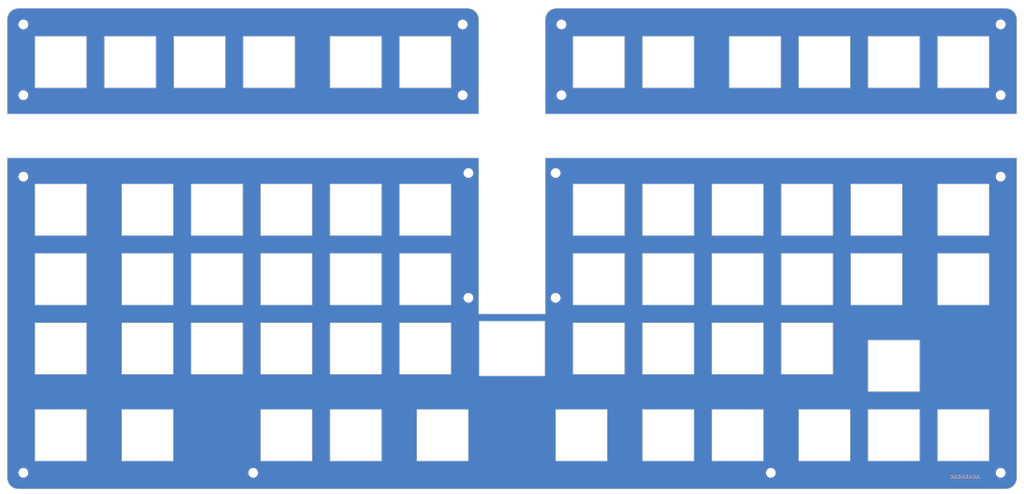
<source format=kicad_pcb>
(kicad_pcb (version 20221018) (generator pcbnew)
  (title_block (title "ISW-OOZY") (rev "1.0"))
  (layers (0 "F.Cu" signal) (31 "B.Cu" signal) (34 "B.Paste" user) (35 "F.Paste" user) (36 "B.SilkS" user "B.Silkscreen") (37 "F.SilkS" user "F.Silkscreen") (38 "B.Mask" user) (39 "F.Mask" user) (44 "Edge.Cuts" user))
  (net 0 "")
  (footprint "BrownSugar_KBD:RotaryEncoder_EVQWGD001-Hole" (layer "F.Cu") (at 157.32125 114.62 90)
    (fp_text reference "RotaryEncoder")
    (fp_text value "RotaryEncoder_Switch")
    (fp_line (start -7.5 -9) (end 7.5 -9) (stroke (width 0.12)) (layer "Edge.Cuts"))
    (fp_line (start -7.5 9) (end -7.5 -9) (stroke (width 0.12)) (layer "Edge.Cuts"))
    (fp_line (start 7.5 -9) (end 7.5 9) (stroke (width 0.12)) (layer "Edge.Cuts"))
    (fp_line (start 7.5 9) (end -7.5 9) (stroke (width 0.12)) (layer "Edge.Cuts"))
  )
  (footprint "kbd_SW_Hole:SW_Hole_1u" (layer "F.Cu") (at 57.30875 95.57)
    (fp_text reference "SW26" hide)
    (fp_text value "SW_Push" hide)
    (fp_line (start -7.05 -7.05) (end 7.05 -7.05) (stroke (width 0.15)) (layer "Edge.Cuts"))
    (fp_line (start -7.05 7.05) (end -7.05 -7.05) (stroke (width 0.15)) (layer "Edge.Cuts"))
    (fp_line (start 7.05 -7.05) (end 7.05 7.05) (stroke (width 0.15)) (layer "Edge.Cuts"))
    (fp_line (start 7.05 7.05) (end -7.05 7.05) (stroke (width 0.15)) (layer "Edge.Cuts"))
  )
  (footprint "kbd_SW_Hole:SW_Hole_1u" (layer "F.Cu") (at 95.40875 95.57)
    (fp_text reference "SW28" hide)
    (fp_text value "SW_Push" hide)
    (fp_line (start -7.05 -7.05) (end 7.05 -7.05) (stroke (width 0.15)) (layer "Edge.Cuts"))
    (fp_line (start -7.05 7.05) (end -7.05 -7.05) (stroke (width 0.15)) (layer "Edge.Cuts"))
    (fp_line (start 7.05 -7.05) (end 7.05 7.05) (stroke (width 0.15)) (layer "Edge.Cuts"))
    (fp_line (start 7.05 7.05) (end -7.05 7.05) (stroke (width 0.15)) (layer "Edge.Cuts"))
  )
  (footprint "kbd_SW_Hole:SW_Hole_1u" (layer "F.Cu") (at 219.23375 76.52)
    (fp_text reference "SW21" hide)
    (fp_text value "SW_Push" hide)
    (fp_line (start -7.05 -7.05) (end 7.05 -7.05) (stroke (width 0.15)) (layer "Edge.Cuts"))
    (fp_line (start -7.05 7.05) (end -7.05 -7.05) (stroke (width 0.15)) (layer "Edge.Cuts"))
    (fp_line (start 7.05 -7.05) (end 7.05 7.05) (stroke (width 0.15)) (layer "Edge.Cuts"))
    (fp_line (start 7.05 7.05) (end -7.05 7.05) (stroke (width 0.15)) (layer "Edge.Cuts"))
  )
  (footprint "kbd_SW_Hole:SW_Hole_1u" (layer "F.Cu") (at 223.99625 35.945)
    (fp_text reference "SW9" hide)
    (fp_text value "SW_Push" hide)
    (fp_line (start -7.05 -7.05) (end 7.05 -7.05) (stroke (width 0.15)) (layer "Edge.Cuts"))
    (fp_line (start -7.05 7.05) (end -7.05 -7.05) (stroke (width 0.15)) (layer "Edge.Cuts"))
    (fp_line (start 7.05 -7.05) (end 7.05 7.05) (stroke (width 0.15)) (layer "Edge.Cuts"))
    (fp_line (start 7.05 7.05) (end -7.05 7.05) (stroke (width 0.15)) (layer "Edge.Cuts"))
  )
  (footprint "kbd_SW_Hole:SW_Hole_1u" (layer "F.Cu") (at 52.54625 35.945)
    (fp_text reference "SW2" hide)
    (fp_text value "SW_Push" hide)
    (fp_line (start -7.05 -7.05) (end 7.05 -7.05) (stroke (width 0.15)) (layer "Edge.Cuts"))
    (fp_line (start -7.05 7.05) (end -7.05 -7.05) (stroke (width 0.15)) (layer "Edge.Cuts"))
    (fp_line (start 7.05 -7.05) (end 7.05 7.05) (stroke (width 0.15)) (layer "Edge.Cuts"))
    (fp_line (start 7.05 7.05) (end -7.05 7.05) (stroke (width 0.15)) (layer "Edge.Cuts"))
  )
  (footprint "kbd_SW_Hole:SW_Hole_1u" (layer "F.Cu") (at 76.35875 95.57)
    (fp_text reference "SW27" hide)
    (fp_text value "SW_Push" hide)
    (fp_line (start -7.05 -7.05) (end 7.05 -7.05) (stroke (width 0.15)) (layer "Edge.Cuts"))
    (fp_line (start -7.05 7.05) (end -7.05 -7.05) (stroke (width 0.15)) (layer "Edge.Cuts"))
    (fp_line (start 7.05 -7.05) (end 7.05 7.05) (stroke (width 0.15)) (layer "Edge.Cuts"))
    (fp_line (start 7.05 7.05) (end -7.05 7.05) (stroke (width 0.15)) (layer "Edge.Cuts"))
  )
  (footprint "kbd_SW_Hole:SW_Hole_1u" (layer "F.Cu") (at 262.09625 138.4325)
    (fp_text reference "SW57" hide)
    (fp_text value "SW_Push" hide)
    (fp_line (start -7.05 -7.05) (end 7.05 -7.05) (stroke (width 0.15)) (layer "Edge.Cuts"))
    (fp_line (start -7.05 7.05) (end -7.05 -7.05) (stroke (width 0.15)) (layer "Edge.Cuts"))
    (fp_line (start 7.05 -7.05) (end 7.05 7.05) (stroke (width 0.15)) (layer "Edge.Cuts"))
    (fp_line (start 7.05 7.05) (end -7.05 7.05) (stroke (width 0.15)) (layer "Edge.Cuts"))
  )
  (footprint "kbd_SW_Hole:SW_Hole_1u" (layer "F.Cu") (at 181.13375 95.57)
    (fp_text reference "SW31" hide)
    (fp_text value "SW_Push" hide)
    (fp_line (start -7.05 -7.05) (end 7.05 -7.05) (stroke (width 0.15)) (layer "Edge.Cuts"))
    (fp_line (start -7.05 7.05) (end -7.05 -7.05) (stroke (width 0.15)) (layer "Edge.Cuts"))
    (fp_line (start 7.05 -7.05) (end 7.05 7.05) (stroke (width 0.15)) (layer "Edge.Cuts"))
    (fp_line (start 7.05 7.05) (end -7.05 7.05) (stroke (width 0.15)) (layer "Edge.Cuts"))
  )
  (footprint "kbd_SW_Hole:SW_Hole_1u" (layer "F.Cu") (at 90.64625 35.945)
    (fp_text reference "SW4" hide)
    (fp_text value "SW_Push" hide)
    (fp_line (start -7.05 -7.05) (end 7.05 -7.05) (stroke (width 0.15)) (layer "Edge.Cuts"))
    (fp_line (start -7.05 7.05) (end -7.05 -7.05) (stroke (width 0.15)) (layer "Edge.Cuts"))
    (fp_line (start 7.05 -7.05) (end 7.05 7.05) (stroke (width 0.15)) (layer "Edge.Cuts"))
    (fp_line (start 7.05 7.05) (end -7.05 7.05) (stroke (width 0.15)) (layer "Edge.Cuts"))
  )
  (footprint "kbd_Hole:m2_Screw_Hole" (layer "F.Cu") (at 86.30875 148.763732)
    (fp_text reference "Ref07")
    (fp_text value "Val07")
    (pad "" np_thru_hole circle (at 0 0) (size 2.2 2.2) (drill 2.2) (layers "*.Cu" "*.Mask"))
  )
  (footprint "kbd_Hole:m2_Screw_Hole" (layer "F.Cu") (at 170.88328 45.045)
    (fp_text reference "Ref07")
    (fp_text value "Val07")
    (pad "" np_thru_hole circle (at 0 0) (size 2.2 2.2) (drill 2.2) (layers "*.Cu" "*.Mask"))
  )
  (footprint "kbd_SW_Hole:SW_Hole_1u" (layer "F.Cu") (at 95.40875 76.52)
    (fp_text reference "SW16" hide)
    (fp_text value "SW_Push" hide)
    (fp_line (start -7.05 -7.05) (end 7.05 -7.05) (stroke (width 0.15)) (layer "Edge.Cuts"))
    (fp_line (start -7.05 7.05) (end -7.05 -7.05) (stroke (width 0.15)) (layer "Edge.Cuts"))
    (fp_line (start 7.05 -7.05) (end 7.05 7.05) (stroke (width 0.15)) (layer "Edge.Cuts"))
    (fp_line (start 7.05 7.05) (end -7.05 7.05) (stroke (width 0.15)) (layer "Edge.Cuts"))
  )
  (footprint "kbd_SW_Hole:SW_Hole_1u" (layer "F.Cu") (at 114.45875 95.57)
    (fp_text reference "SW29" hide)
    (fp_text value "SW_Push" hide)
    (fp_line (start -7.05 -7.05) (end 7.05 -7.05) (stroke (width 0.15)) (layer "Edge.Cuts"))
    (fp_line (start -7.05 7.05) (end -7.05 -7.05) (stroke (width 0.15)) (layer "Edge.Cuts"))
    (fp_line (start 7.05 -7.05) (end 7.05 7.05) (stroke (width 0.15)) (layer "Edge.Cuts"))
    (fp_line (start 7.05 7.05) (end -7.05 7.05) (stroke (width 0.15)) (layer "Edge.Cuts"))
  )
  (footprint "kbd_SW_Hole:SW_Hole_1u" (layer "F.Cu") (at 257.33375 95.57)
    (fp_text reference "SW35" hide)
    (fp_text value "SW_Push" hide)
    (fp_line (start -7.05 -7.05) (end 7.05 -7.05) (stroke (width 0.15)) (layer "Edge.Cuts"))
    (fp_line (start -7.05 7.05) (end -7.05 -7.05) (stroke (width 0.15)) (layer "Edge.Cuts"))
    (fp_line (start 7.05 -7.05) (end 7.05 7.05) (stroke (width 0.15)) (layer "Edge.Cuts"))
    (fp_line (start 7.05 7.05) (end -7.05 7.05) (stroke (width 0.15)) (layer "Edge.Cuts"))
  )
  (footprint "kbd_SW_Hole:SW_Hole_1u" (layer "F.Cu") (at 238.28375 95.57)
    (fp_text reference "SW34" hide)
    (fp_text value "SW_Push" hide)
    (fp_line (start -7.05 -7.05) (end 7.05 -7.05) (stroke (width 0.15)) (layer "Edge.Cuts"))
    (fp_line (start -7.05 7.05) (end -7.05 -7.05) (stroke (width 0.15)) (layer "Edge.Cuts"))
    (fp_line (start 7.05 -7.05) (end 7.05 7.05) (stroke (width 0.15)) (layer "Edge.Cuts"))
    (fp_line (start 7.05 7.05) (end -7.05 7.05) (stroke (width 0.15)) (layer "Edge.Cuts"))
  )
  (footprint "kbd_SW_Hole:SW_Hole_1u" (layer "F.Cu") (at 181.13375 35.945)
    (fp_text reference "SW7" hide)
    (fp_text value "SW_Push" hide)
    (fp_line (start -7.05 -7.05) (end 7.05 -7.05) (stroke (width 0.15)) (layer "Edge.Cuts"))
    (fp_line (start -7.05 7.05) (end -7.05 -7.05) (stroke (width 0.15)) (layer "Edge.Cuts"))
    (fp_line (start 7.05 -7.05) (end 7.05 7.05) (stroke (width 0.15)) (layer "Edge.Cuts"))
    (fp_line (start 7.05 7.05) (end -7.05 7.05) (stroke (width 0.15)) (layer "Edge.Cuts"))
  )
  (footprint "kbd_Hole:m2_Screw_Hole" (layer "F.Cu") (at 23.246351 45.045)
    (fp_text reference "Ref07")
    (fp_text value "Val07")
    (pad "" np_thru_hole circle (at 0 0) (size 2.2 2.2) (drill 2.2) (layers "*.Cu" "*.Mask"))
  )
  (footprint "kbd_SW_Hole:SW_Hole_1u" (layer "F.Cu") (at 95.40875 114.62)
    (fp_text reference "SW40" hide)
    (fp_text value "SW_Push" hide)
    (fp_line (start -7.05 -7.05) (end 7.05 -7.05) (stroke (width 0.15)) (layer "Edge.Cuts"))
    (fp_line (start -7.05 7.05) (end -7.05 -7.05) (stroke (width 0.15)) (layer "Edge.Cuts"))
    (fp_line (start 7.05 -7.05) (end 7.05 7.05) (stroke (width 0.15)) (layer "Edge.Cuts"))
    (fp_line (start 7.05 7.05) (end -7.05 7.05) (stroke (width 0.15)) (layer "Edge.Cuts"))
  )
  (footprint "kbd_SW_Hole:SW_Hole_1u" (layer "F.Cu") (at 33.49625 76.52)
    (fp_text reference "SW13" hide)
    (fp_text value "SW_Push" hide)
    (fp_line (start -7.05 -7.05) (end 7.05 -7.05) (stroke (width 0.15)) (layer "Edge.Cuts"))
    (fp_line (start -7.05 7.05) (end -7.05 -7.05) (stroke (width 0.15)) (layer "Edge.Cuts"))
    (fp_line (start 7.05 -7.05) (end 7.05 7.05) (stroke (width 0.15)) (layer "Edge.Cuts"))
    (fp_line (start 7.05 7.05) (end -7.05 7.05) (stroke (width 0.15)) (layer "Edge.Cuts"))
  )
  (footprint "kbd_SW_Hole:SW_Hole_1u" (layer "F.Cu") (at 181.13375 114.62)
    (fp_text reference "SW43" hide)
    (fp_text value "SW_Push" hide)
    (fp_line (start -7.05 -7.05) (end 7.05 -7.05) (stroke (width 0.15)) (layer "Edge.Cuts"))
    (fp_line (start -7.05 7.05) (end -7.05 -7.05) (stroke (width 0.15)) (layer "Edge.Cuts"))
    (fp_line (start 7.05 -7.05) (end 7.05 7.05) (stroke (width 0.15)) (layer "Edge.Cuts"))
    (fp_line (start 7.05 7.05) (end -7.05 7.05) (stroke (width 0.15)) (layer "Edge.Cuts"))
  )
  (footprint "kbd_SW_Hole:SW_Hole_1u" (layer "F.Cu") (at 219.23375 114.62)
    (fp_text reference "SW45" hide)
    (fp_text value "SW_Push" hide)
    (fp_line (start -7.05 -7.05) (end 7.05 -7.05) (stroke (width 0.15)) (layer "Edge.Cuts"))
    (fp_line (start -7.05 7.05) (end -7.05 -7.05) (stroke (width 0.15)) (layer "Edge.Cuts"))
    (fp_line (start 7.05 -7.05) (end 7.05 7.05) (stroke (width 0.15)) (layer "Edge.Cuts"))
    (fp_line (start 7.05 7.05) (end -7.05 7.05) (stroke (width 0.15)) (layer "Edge.Cuts"))
  )
  (footprint "kbd_Hole:m2_Screw_Hole" (layer "F.Cu") (at 291.39615 25.613768)
    (fp_text reference "Ref04")
    (fp_text value "Val04")
    (pad "" np_thru_hole circle (at 0 0) (size 2.2 2.2) (drill 2.2) (layers "*.Cu" "*.Mask"))
  )
  (footprint "kbd_SW_Hole:SW_Hole_1u" (layer "F.Cu") (at 243.04625 138.4325)
    (fp_text reference "SW56" hide)
    (fp_text value "SW_Push" hide)
    (fp_line (start -7.05 -7.05) (end 7.05 -7.05) (stroke (width 0.15)) (layer "Edge.Cuts"))
    (fp_line (start -7.05 7.05) (end -7.05 -7.05) (stroke (width 0.15)) (layer "Edge.Cuts"))
    (fp_line (start 7.05 -7.05) (end 7.05 7.05) (stroke (width 0.15)) (layer "Edge.Cuts"))
    (fp_line (start 7.05 7.05) (end -7.05 7.05) (stroke (width 0.15)) (layer "Edge.Cuts"))
  )
  (footprint "kbd_SW_Hole:SW_Hole_1u" (layer "F.Cu") (at 281.14625 35.945)
    (fp_text reference "SW12" hide)
    (fp_text value "SW_Push" hide)
    (fp_line (start -7.05 -7.05) (end 7.05 -7.05) (stroke (width 0.15)) (layer "Edge.Cuts"))
    (fp_line (start -7.05 7.05) (end -7.05 -7.05) (stroke (width 0.15)) (layer "Edge.Cuts"))
    (fp_line (start 7.05 -7.05) (end 7.05 7.05) (stroke (width 0.15)) (layer "Edge.Cuts"))
    (fp_line (start 7.05 7.05) (end -7.05 7.05) (stroke (width 0.15)) (layer "Edge.Cuts"))
  )
  (footprint "kbd_SW_Hole:SW_Hole_1u" (layer "F.Cu") (at 95.40875 138.4325)
    (fp_text reference "SW50" hide)
    (fp_text value "SW_Push" hide)
    (fp_line (start -7.05 -7.05) (end 7.05 -7.05) (stroke (width 0.15)) (layer "Edge.Cuts"))
    (fp_line (start -7.05 7.05) (end -7.05 -7.05) (stroke (width 0.15)) (layer "Edge.Cuts"))
    (fp_line (start 7.05 -7.05) (end 7.05 7.05) (stroke (width 0.15)) (layer "Edge.Cuts"))
    (fp_line (start 7.05 7.05) (end -7.05 7.05) (stroke (width 0.15)) (layer "Edge.Cuts"))
  )
  (footprint "kbd_SW_Hole:SW_Hole_1u" (layer "F.Cu") (at 281.14625 138.4325)
    (fp_text reference "SW58" hide)
    (fp_text value "SW_Push" hide)
    (fp_line (start -7.05 -7.05) (end 7.05 -7.05) (stroke (width 0.15)) (layer "Edge.Cuts"))
    (fp_line (start -7.05 7.05) (end -7.05 -7.05) (stroke (width 0.15)) (layer "Edge.Cuts"))
    (fp_line (start 7.05 -7.05) (end 7.05 7.05) (stroke (width 0.15)) (layer "Edge.Cuts"))
    (fp_line (start 7.05 7.05) (end -7.05 7.05) (stroke (width 0.15)) (layer "Edge.Cuts"))
  )
  (footprint "kbd_SW_Hole:SW_Hole_1u" (layer "F.Cu") (at 181.13375 76.52)
    (fp_text reference "SW19" hide)
    (fp_text value "SW_Push" hide)
    (fp_line (start -7.05 -7.05) (end 7.05 -7.05) (stroke (width 0.15)) (layer "Edge.Cuts"))
    (fp_line (start -7.05 7.05) (end -7.05 -7.05) (stroke (width 0.15)) (layer "Edge.Cuts"))
    (fp_line (start 7.05 -7.05) (end 7.05 7.05) (stroke (width 0.15)) (layer "Edge.Cuts"))
    (fp_line (start 7.05 7.05) (end -7.05 7.05) (stroke (width 0.15)) (layer "Edge.Cuts"))
  )
  (footprint "kbd_SW_Hole:SW_Hole_1u" (layer "F.Cu") (at 243.04625 35.945)
    (fp_text reference "SW10" hide)
    (fp_text value "SW_Push" hide)
    (fp_line (start -7.05 -7.05) (end 7.05 -7.05) (stroke (width 0.15)) (layer "Edge.Cuts"))
    (fp_line (start -7.05 7.05) (end -7.05 -7.05) (stroke (width 0.15)) (layer "Edge.Cuts"))
    (fp_line (start 7.05 -7.05) (end 7.05 7.05) (stroke (width 0.15)) (layer "Edge.Cuts"))
    (fp_line (start 7.05 7.05) (end -7.05 7.05) (stroke (width 0.15)) (layer "Edge.Cuts"))
  )
  (footprint "kbd_SW_Hole:SW_Hole_1u" (layer "F.Cu") (at 57.30875 114.62)
    (fp_text reference "SW38" hide)
    (fp_text value "SW_Push" hide)
    (fp_line (start -7.05 -7.05) (end 7.05 -7.05) (stroke (width 0.15)) (layer "Edge.Cuts"))
    (fp_line (start -7.05 7.05) (end -7.05 -7.05) (stroke (width 0.15)) (layer "Edge.Cuts"))
    (fp_line (start 7.05 -7.05) (end 7.05 7.05) (stroke (width 0.15)) (layer "Edge.Cuts"))
    (fp_line (start 7.05 7.05) (end -7.05 7.05) (stroke (width 0.15)) (layer "Edge.Cuts"))
  )
  (footprint "kbd_SW_Hole:SW_Hole_1u" (layer "F.Cu") (at 262.09625 119.3825)
    (fp_text reference "SW47" hide)
    (fp_text value "SW_Push" hide)
    (fp_line (start -7.05 -7.05) (end 7.05 -7.05) (stroke (width 0.15)) (layer "Edge.Cuts"))
    (fp_line (start -7.05 7.05) (end -7.05 -7.05) (stroke (width 0.15)) (layer "Edge.Cuts"))
    (fp_line (start 7.05 -7.05) (end 7.05 7.05) (stroke (width 0.15)) (layer "Edge.Cuts"))
    (fp_line (start 7.05 7.05) (end -7.05 7.05) (stroke (width 0.15)) (layer "Edge.Cuts"))
  )
  (footprint "kbd_SW_Hole:SW_Hole_1u" (layer "F.Cu") (at 133.50875 114.62)
    (fp_text reference "SW42" hide)
    (fp_text value "SW_Push" hide)
    (fp_line (start -7.05 -7.05) (end 7.05 -7.05) (stroke (width 0.15)) (layer "Edge.Cuts"))
    (fp_line (start -7.05 7.05) (end -7.05 -7.05) (stroke (width 0.15)) (layer "Edge.Cuts"))
    (fp_line (start 7.05 -7.05) (end 7.05 7.05) (stroke (width 0.15)) (layer "Edge.Cuts"))
    (fp_line (start 7.05 7.05) (end -7.05 7.05) (stroke (width 0.15)) (layer "Edge.Cuts"))
  )
  (footprint "kbd_Hole:m2_Screw_Hole" (layer "F.Cu") (at 170.88328 25.613768)
    (fp_text reference "Ref03")
    (fp_text value "Val03")
    (pad "" np_thru_hole circle (at 0 0) (size 2.2 2.2) (drill 2.2) (layers "*.Cu" "*.Mask"))
  )
  (footprint "kbd_SW_Hole:SW_Hole_1u" (layer "F.Cu") (at 114.45875 35.945)
    (fp_text reference "SW5" hide)
    (fp_text value "SW_Push" hide)
    (fp_line (start -7.05 -7.05) (end 7.05 -7.05) (stroke (width 0.15)) (layer "Edge.Cuts"))
    (fp_line (start -7.05 7.05) (end -7.05 -7.05) (stroke (width 0.15)) (layer "Edge.Cuts"))
    (fp_line (start 7.05 -7.05) (end 7.05 7.05) (stroke (width 0.15)) (layer "Edge.Cuts"))
    (fp_line (start 7.05 7.05) (end -7.05 7.05) (stroke (width 0.15)) (layer "Edge.Cuts"))
  )
  (footprint "kbd_SW_Hole:SW_Hole_1u" (layer "F.Cu") (at 76.35875 76.52)
    (fp_text reference "SW15" hide)
    (fp_text value "SW_Push" hide)
    (fp_line (start -7.05 -7.05) (end 7.05 -7.05) (stroke (width 0.15)) (layer "Edge.Cuts"))
    (fp_line (start -7.05 7.05) (end -7.05 -7.05) (stroke (width 0.15)) (layer "Edge.Cuts"))
    (fp_line (start 7.05 -7.05) (end 7.05 7.05) (stroke (width 0.15)) (layer "Edge.Cuts"))
    (fp_line (start 7.05 7.05) (end -7.05 7.05) (stroke (width 0.15)) (layer "Edge.Cuts"))
  )
  (footprint "kbd_Hole:m2_Screw_Hole" (layer "F.Cu") (at 23.246351 67.42)
    (fp_text reference "Ref07")
    (fp_text value "Val07")
    (pad "" np_thru_hole circle (at 0 0) (size 2.2 2.2) (drill 2.2) (layers "*.Cu" "*.Mask"))
  )
  (footprint "kbd_SW_Hole:SW_Hole_1u" (layer "F.Cu") (at 238.28375 114.62)
    (fp_text reference "SW46" hide)
    (fp_text value "SW_Push" hide)
    (fp_line (start -7.05 -7.05) (end 7.05 -7.05) (stroke (width 0.15)) (layer "Edge.Cuts"))
    (fp_line (start -7.05 7.05) (end -7.05 -7.05) (stroke (width 0.15)) (layer "Edge.Cuts"))
    (fp_line (start 7.05 -7.05) (end 7.05 7.05) (stroke (width 0.15)) (layer "Edge.Cuts"))
    (fp_line (start 7.05 7.05) (end -7.05 7.05) (stroke (width 0.15)) (layer "Edge.Cuts"))
  )
  (footprint "kbd_Hole:m2_Screw_Hole" (layer "F.Cu") (at 23.246351 25.613776)
    (fp_text reference "Ref01")
    (fp_text value "Val01")
    (pad "" np_thru_hole circle (at 0 0) (size 2.2 2.2) (drill 2.2) (layers "*.Cu" "*.Mask"))
  )
  (footprint "kbd_Hole:m2_Screw_Hole" (layer "F.Cu") (at 145.359385 66.42)
    (fp_text reference "Ref07")
    (fp_text value "Val07")
    (pad "" np_thru_hole circle (at 0 0) (size 2.2 2.2) (drill 2.2) (layers "*.Cu" "*.Mask"))
  )
  (footprint "kbd_SW_Hole:SW_Hole_1.5u" (layer "F.Cu") (at 176.37125 138.4325)
    (fp_text reference "SW53" hide)
    (fp_text value "SW_Push" hide)
    (fp_line (start -7.05 -7.05) (end 7.05 -7.05) (stroke (width 0.15)) (layer "Edge.Cuts"))
    (fp_line (start -7.05 7.05) (end -7.05 -7.05) (stroke (width 0.15)) (layer "Edge.Cuts"))
    (fp_line (start 7.05 -7.05) (end 7.05 7.05) (stroke (width 0.15)) (layer "Edge.Cuts"))
    (fp_line (start 7.05 7.05) (end -7.05 7.05) (stroke (width 0.15)) (layer "Edge.Cuts"))
  )
  (footprint "kbd_Hole:m2_Screw_Hole" (layer "F.Cu") (at 291.39615 45.045)
    (fp_text reference "Ref05")
    (fp_text value "Val05")
    (pad "" np_thru_hole circle (at 0 0) (size 2.2 2.2) (drill 2.2) (layers "*.Cu" "*.Mask"))
  )
  (footprint "kbd_SW_Hole:SW_Hole_1u" (layer "F.Cu") (at 238.28375 76.52)
    (fp_text reference "SW22" hide)
    (fp_text value "SW_Push" hide)
    (fp_line (start -7.05 -7.05) (end 7.05 -7.05) (stroke (width 0.15)) (layer "Edge.Cuts"))
    (fp_line (start -7.05 7.05) (end -7.05 -7.05) (stroke (width 0.15)) (layer "Edge.Cuts"))
    (fp_line (start 7.05 -7.05) (end 7.05 7.05) (stroke (width 0.15)) (layer "Edge.Cuts"))
    (fp_line (start 7.05 7.05) (end -7.05 7.05) (stroke (width 0.15)) (layer "Edge.Cuts"))
  )
  (footprint "kbd_SW_Hole:SW_Hole_1u" (layer "F.Cu") (at 133.50875 35.945)
    (fp_text reference "SW6" hide)
    (fp_text value "SW_Push" hide)
    (fp_line (start -7.05 -7.05) (end 7.05 -7.05) (stroke (width 0.15)) (layer "Edge.Cuts"))
    (fp_line (start -7.05 7.05) (end -7.05 -7.05) (stroke (width 0.15)) (layer "Edge.Cuts"))
    (fp_line (start 7.05 -7.05) (end 7.05 7.05) (stroke (width 0.15)) (layer "Edge.Cuts"))
    (fp_line (start 7.05 7.05) (end -7.05 7.05) (stroke (width 0.15)) (layer "Edge.Cuts"))
  )
  (footprint "kbd_SW_Hole:SW_Hole_1u" (layer "F.Cu") (at 281.14625 76.52)
    (fp_text reference "SW24" hide)
    (fp_text value "SW_Push" hide)
    (fp_line (start -7.05 -7.05) (end 7.05 -7.05) (stroke (width 0.15)) (layer "Edge.Cuts"))
    (fp_line (start -7.05 7.05) (end -7.05 -7.05) (stroke (width 0.15)) (layer "Edge.Cuts"))
    (fp_line (start 7.05 -7.05) (end 7.05 7.05) (stroke (width 0.15)) (layer "Edge.Cuts"))
    (fp_line (start 7.05 7.05) (end -7.05 7.05) (stroke (width 0.15)) (layer "Edge.Cuts"))
  )
  (footprint "kbd_SW_Hole:SW_Hole_1u" (layer "F.Cu") (at 200.18375 95.57)
    (fp_text reference "SW32" hide)
    (fp_text value "SW_Push" hide)
    (fp_line (start -7.05 -7.05) (end 7.05 -7.05) (stroke (width 0.15)) (layer "Edge.Cuts"))
    (fp_line (start -7.05 7.05) (end -7.05 -7.05) (stroke (width 0.15)) (layer "Edge.Cuts"))
    (fp_line (start 7.05 -7.05) (end 7.05 7.05) (stroke (width 0.15)) (layer "Edge.Cuts"))
    (fp_line (start 7.05 7.05) (end -7.05 7.05) (stroke (width 0.15)) (layer "Edge.Cuts"))
  )
  (footprint "kbd_SW_Hole:SW_Hole_1u" (layer "F.Cu") (at 133.50875 76.52)
    (fp_text reference "SW18" hide)
    (fp_text value "SW_Push" hide)
    (fp_line (start -7.05 -7.05) (end 7.05 -7.05) (stroke (width 0.15)) (layer "Edge.Cuts"))
    (fp_line (start -7.05 7.05) (end -7.05 -7.05) (stroke (width 0.15)) (layer "Edge.Cuts"))
    (fp_line (start 7.05 -7.05) (end 7.05 7.05) (stroke (width 0.15)) (layer "Edge.Cuts"))
    (fp_line (start 7.05 7.05) (end -7.05 7.05) (stroke (width 0.15)) (layer "Edge.Cuts"))
  )
  (footprint "kbd_SW_Hole:SW_Hole_1u" (layer "F.Cu") (at 200.18375 138.4325)
    (fp_text reference "SW54" hide)
    (fp_text value "SW_Push" hide)
    (fp_line (start -7.05 -7.05) (end 7.05 -7.05) (stroke (width 0.15)) (layer "Edge.Cuts"))
    (fp_line (start -7.05 7.05) (end -7.05 -7.05) (stroke (width 0.15)) (layer "Edge.Cuts"))
    (fp_line (start 7.05 -7.05) (end 7.05 7.05) (stroke (width 0.15)) (layer "Edge.Cuts"))
    (fp_line (start 7.05 7.05) (end -7.05 7.05) (stroke (width 0.15)) (layer "Edge.Cuts"))
  )
  (footprint "kbd_SW_Hole:SW_Hole_1u" (layer "F.Cu") (at 257.33375 76.52)
    (fp_text reference "SW23" hide)
    (fp_text value "SW_Push" hide)
    (fp_line (start -7.05 -7.05) (end 7.05 -7.05) (stroke (width 0.15)) (layer "Edge.Cuts"))
    (fp_line (start -7.05 7.05) (end -7.05 -7.05) (stroke (width 0.15)) (layer "Edge.Cuts"))
    (fp_line (start 7.05 -7.05) (end 7.05 7.05) (stroke (width 0.15)) (layer "Edge.Cuts"))
    (fp_line (start 7.05 7.05) (end -7.05 7.05) (stroke (width 0.15)) (layer "Edge.Cuts"))
  )
  (footprint "kbd_Hole:m2_Screw_Hole" (layer "F.Cu") (at 228.33375 148.763732)
    (fp_text reference "Ref07")
    (fp_text value "Val07")
    (pad "" np_thru_hole circle (at 0 0) (size 2.2 2.2) (drill 2.2) (layers "*.Cu" "*.Mask"))
  )
  (footprint "kbd_Hole:m2_Screw_Hole" (layer "F.Cu") (at 23.246351 148.763732)
    (fp_text reference "Ref07")
    (fp_text value "Val07")
    (pad "" np_thru_hole circle (at 0 0) (size 2.2 2.2) (drill 2.2) (layers "*.Cu" "*.Mask"))
  )
  (footprint "kbd_SW_Hole:SW_Hole_1u" (layer "F.Cu") (at 219.23375 138.4325)
    (fp_text reference "SW55" hide)
    (fp_text value "SW_Push" hide)
    (fp_line (start -7.05 -7.05) (end 7.05 -7.05) (stroke (width 0.15)) (layer "Edge.Cuts"))
    (fp_line (start -7.05 7.05) (end -7.05 -7.05) (stroke (width 0.15)) (layer "Edge.Cuts"))
    (fp_line (start 7.05 -7.05) (end 7.05 7.05) (stroke (width 0.15)) (layer "Edge.Cuts"))
    (fp_line (start 7.05 7.05) (end -7.05 7.05) (stroke (width 0.15)) (layer "Edge.Cuts"))
  )
  (footprint "kbd_SW_Hole:SW_Hole_1u" (layer "F.Cu") (at 33.49625 95.57)
    (fp_text reference "SW25" hide)
    (fp_text value "SW_Push" hide)
    (fp_line (start -7.05 -7.05) (end 7.05 -7.05) (stroke (width 0.15)) (layer "Edge.Cuts"))
    (fp_line (start -7.05 7.05) (end -7.05 -7.05) (stroke (width 0.15)) (layer "Edge.Cuts"))
    (fp_line (start 7.05 -7.05) (end 7.05 7.05) (stroke (width 0.15)) (layer "Edge.Cuts"))
    (fp_line (start 7.05 7.05) (end -7.05 7.05) (stroke (width 0.15)) (layer "Edge.Cuts"))
  )
  (footprint "kbd_SW_Hole:SW_Hole_1.5u" (layer "F.Cu") (at 138.27125 138.4325)
    (fp_text reference "SW52" hide)
    (fp_text value "SW_Push" hide)
    (fp_line (start -7.05 -7.05) (end 7.05 -7.05) (stroke (width 0.15)) (layer "Edge.Cuts"))
    (fp_line (start -7.05 7.05) (end -7.05 -7.05) (stroke (width 0.15)) (layer "Edge.Cuts"))
    (fp_line (start 7.05 -7.05) (end 7.05 7.05) (stroke (width 0.15)) (layer "Edge.Cuts"))
    (fp_line (start 7.05 7.05) (end -7.05 7.05) (stroke (width 0.15)) (layer "Edge.Cuts"))
  )
  (footprint "kbd_SW_Hole:SW_Hole_1u" (layer "F.Cu") (at 133.50875 95.57)
    (fp_text reference "SW30" hide)
    (fp_text value "SW_Push" hide)
    (fp_line (start -7.05 -7.05) (end 7.05 -7.05) (stroke (width 0.15)) (layer "Edge.Cuts"))
    (fp_line (start -7.05 7.05) (end -7.05 -7.05) (stroke (width 0.15)) (layer "Edge.Cuts"))
    (fp_line (start 7.05 -7.05) (end 7.05 7.05) (stroke (width 0.15)) (layer "Edge.Cuts"))
    (fp_line (start 7.05 7.05) (end -7.05 7.05) (stroke (width 0.15)) (layer "Edge.Cuts"))
  )
  (footprint "kbd_SW_Hole:SW_Hole_1u" (layer "F.Cu") (at 33.49625 35.945)
    (fp_text reference "SW1" hide)
    (fp_text value "SW_Push" hide)
    (fp_line (start -7.05 -7.05) (end 7.05 -7.05) (stroke (width 0.15)) (layer "Edge.Cuts"))
    (fp_line (start -7.05 7.05) (end -7.05 -7.05) (stroke (width 0.15)) (layer "Edge.Cuts"))
    (fp_line (start 7.05 -7.05) (end 7.05 7.05) (stroke (width 0.15)) (layer "Edge.Cuts"))
    (fp_line (start 7.05 7.05) (end -7.05 7.05) (stroke (width 0.15)) (layer "Edge.Cuts"))
  )
  (footprint "kbd_SW_Hole:SW_Hole_1u" (layer "F.Cu") (at 200.18375 76.52)
    (fp_text reference "SW20" hide)
    (fp_text value "SW_Push" hide)
    (fp_line (start -7.05 -7.05) (end 7.05 -7.05) (stroke (width 0.15)) (layer "Edge.Cuts"))
    (fp_line (start -7.05 7.05) (end -7.05 -7.05) (stroke (width 0.15)) (layer "Edge.Cuts"))
    (fp_line (start 7.05 -7.05) (end 7.05 7.05) (stroke (width 0.15)) (layer "Edge.Cuts"))
    (fp_line (start 7.05 7.05) (end -7.05 7.05) (stroke (width 0.15)) (layer "Edge.Cuts"))
  )
  (footprint "kbd_Hole:m2_Screw_Hole" (layer "F.Cu") (at 143.759385 45.045)
    (fp_text reference "Ref07")
    (fp_text value "Val07")
    (pad "" np_thru_hole circle (at 0 0) (size 2.2 2.2) (drill 2.2) (layers "*.Cu" "*.Mask"))
  )
  (footprint "kbd_SW_Hole:SW_Hole_1u" (layer "F.Cu") (at 71.59625 35.945)
    (fp_text reference "SW3" hide)
    (fp_text value "SW_Push" hide)
    (fp_line (start -7.05 -7.05) (end 7.05 -7.05) (stroke (width 0.15)) (layer "Edge.Cuts"))
    (fp_line (start -7.05 7.05) (end -7.05 -7.05) (stroke (width 0.15)) (layer "Edge.Cuts"))
    (fp_line (start 7.05 -7.05) (end 7.05 7.05) (stroke (width 0.15)) (layer "Edge.Cuts"))
    (fp_line (start 7.05 7.05) (end -7.05 7.05) (stroke (width 0.15)) (layer "Edge.Cuts"))
  )
  (footprint "kbd_SW_Hole:SW_Hole_1u" (layer "F.Cu") (at 219.23375 95.57)
    (fp_text reference "SW33" hide)
    (fp_text value "SW_Push" hide)
    (fp_line (start -7.05 -7.05) (end 7.05 -7.05) (stroke (width 0.15)) (layer "Edge.Cuts"))
    (fp_line (start -7.05 7.05) (end -7.05 -7.05) (stroke (width 0.15)) (layer "Edge.Cuts"))
    (fp_line (start 7.05 -7.05) (end 7.05 7.05) (stroke (width 0.15)) (layer "Edge.Cuts"))
    (fp_line (start 7.05 7.05) (end -7.05 7.05) (stroke (width 0.15)) (layer "Edge.Cuts"))
  )
  (footprint "kbd_SW_Hole:SW_Hole_1u" (layer "F.Cu") (at 76.35875 114.62)
    (fp_text reference "SW39" hide)
    (fp_text value "SW_Push" hide)
    (fp_line (start -7.05 -7.05) (end 7.05 -7.05) (stroke (width 0.15)) (layer "Edge.Cuts"))
    (fp_line (start -7.05 7.05) (end -7.05 -7.05) (stroke (width 0.15)) (layer "Edge.Cuts"))
    (fp_line (start 7.05 -7.05) (end 7.05 7.05) (stroke (width 0.15)) (layer "Edge.Cuts"))
    (fp_line (start 7.05 7.05) (end -7.05 7.05) (stroke (width 0.15)) (layer "Edge.Cuts"))
  )
  (footprint "kbd_Hole:m2_Screw_Hole" (layer "F.Cu") (at 169.28328 100.695)
    (fp_text reference "Ref07")
    (fp_text value "Val07")
    (pad "" np_thru_hole circle (at 0 0) (size 2.2 2.2) (drill 2.2) (layers "*.Cu" "*.Mask"))
  )
  (footprint "kbd_Hole:m2_Screw_Hole" (layer "F.Cu") (at 291.39615 148.763732)
    (fp_text reference "Ref07")
    (fp_text value "Val07")
    (pad "" np_thru_hole circle (at 0 0) (size 2.2 2.2) (drill 2.2) (layers "*.Cu" "*.Mask"))
  )
  (footprint "kbd_Hole:m2_Screw_Hole" (layer "F.Cu") (at 291.39615 67.42)
    (fp_text reference "Ref06_")
    (fp_text value "Val06")
    (pad "" np_thru_hole circle (at 0 0) (size 2.2 2.2) (drill 2.2) (layers "*.Cu" "*.Mask"))
  )
  (footprint "kbd_SW_Hole:SW_Hole_1u" (layer "F.Cu") (at 200.18375 35.945)
    (fp_text reference "SW8" hide)
    (fp_text value "SW_Push" hide)
    (fp_line (start -7.05 -7.05) (end 7.05 -7.05) (stroke (width 0.15)) (layer "Edge.Cuts"))
    (fp_line (start -7.05 7.05) (end -7.05 -7.05) (stroke (width 0.15)) (layer "Edge.Cuts"))
    (fp_line (start 7.05 -7.05) (end 7.05 7.05) (stroke (width 0.15)) (layer "Edge.Cuts"))
    (fp_line (start 7.05 7.05) (end -7.05 7.05) (stroke (width 0.15)) (layer "Edge.Cuts"))
  )
  (footprint "kbd_Hole:m2_Screw_Hole" (layer "F.Cu") (at 143.759385 25.613776)
    (fp_text reference "Ref02")
    (fp_text value "Val02")
    (pad "" np_thru_hole circle (at 0 0) (size 2.2 2.2) (drill 2.2) (layers "*.Cu" "*.Mask"))
  )
  (footprint "kbd_SW_Hole:SW_Hole_1u" (layer "F.Cu") (at 57.30875 76.52)
    (fp_text reference "SW14" hide)
    (fp_text value "SW_Push" hide)
    (fp_line (start -7.05 -7.05) (end 7.05 -7.05) (stroke (width 0.15)) (layer "Edge.Cuts"))
    (fp_line (start -7.05 7.05) (end -7.05 -7.05) (stroke (width 0.15)) (layer "Edge.Cuts"))
    (fp_line (start 7.05 -7.05) (end 7.05 7.05) (stroke (width 0.15)) (layer "Edge.Cuts"))
    (fp_line (start 7.05 7.05) (end -7.05 7.05) (stroke (width 0.15)) (layer "Edge.Cuts"))
  )
  (footprint "kbd_SW_Hole:SW_Hole_1u" (layer "F.Cu") (at 200.18375 114.62)
    (fp_text reference "SW44" hide)
    (fp_text value "SW_Push" hide)
    (fp_line (start -7.05 -7.05) (end 7.05 -7.05) (stroke (width 0.15)) (layer "Edge.Cuts"))
    (fp_line (start -7.05 7.05) (end -7.05 -7.05) (stroke (width 0.15)) (layer "Edge.Cuts"))
    (fp_line (start 7.05 -7.05) (end 7.05 7.05) (stroke (width 0.15)) (layer "Edge.Cuts"))
    (fp_line (start 7.05 7.05) (end -7.05 7.05) (stroke (width 0.15)) (layer "Edge.Cuts"))
  )
  (footprint "kbd_SW_Hole:SW_Hole_1u" (layer "F.Cu") (at 33.49625 114.62)
    (fp_text reference "SW37" hide)
    (fp_text value "SW_Push" hide)
    (fp_line (start -7.05 -7.05) (end 7.05 -7.05) (stroke (width 0.15)) (layer "Edge.Cuts"))
    (fp_line (start -7.05 7.05) (end -7.05 -7.05) (stroke (width 0.15)) (layer "Edge.Cuts"))
    (fp_line (start 7.05 -7.05) (end 7.05 7.05) (stroke (width 0.15)) (layer "Edge.Cuts"))
    (fp_line (start 7.05 7.05) (end -7.05 7.05) (stroke (width 0.15)) (layer "Edge.Cuts"))
  )
  (footprint "kbd_Hole:m2_Screw_Hole" (layer "F.Cu") (at 169.28328 66.42)
    (fp_text reference "Ref07")
    (fp_text value "Val07")
    (pad "" np_thru_hole circle (at 0 0) (size 2.2 2.2) (drill 2.2) (layers "*.Cu" "*.Mask"))
  )
  (footprint "kbd_SW_Hole:SW_Hole_1u" (layer "F.Cu") (at 262.09625 35.945)
    (fp_text reference "SW11" hide)
    (fp_text value "SW_Push" hide)
    (fp_line (start -7.05 -7.05) (end 7.05 -7.05) (stroke (width 0.15)) (layer "Edge.Cuts"))
    (fp_line (start -7.05 7.05) (end -7.05 -7.05) (stroke (width 0.15)) (layer "Edge.Cuts"))
    (fp_line (start 7.05 -7.05) (end 7.05 7.05) (stroke (width 0.15)) (layer "Edge.Cuts"))
    (fp_line (start 7.05 7.05) (end -7.05 7.05) (stroke (width 0.15)) (layer "Edge.Cuts"))
  )
  (footprint "kbd_SW_Hole:SW_Hole_1u" (layer "F.Cu") (at 114.45875 114.62)
    (fp_text reference "SW41" hide)
    (fp_text value "SW_Push" hide)
    (fp_line (start -7.05 -7.05) (end 7.05 -7.05) (stroke (width 0.15)) (layer "Edge.Cuts"))
    (fp_line (start -7.05 7.05) (end -7.05 -7.05) (stroke (width 0.15)) (layer "Edge.Cuts"))
    (fp_line (start 7.05 -7.05) (end 7.05 7.05) (stroke (width 0.15)) (layer "Edge.Cuts"))
    (fp_line (start 7.05 7.05) (end -7.05 7.05) (stroke (width 0.15)) (layer "Edge.Cuts"))
  )
  (footprint "kbd_SW_Hole:SW_Hole_1u" (layer "F.Cu") (at 57.30875 138.4325)
    (fp_text reference "SW49" hide)
    (fp_text value "SW_Push" hide)
    (fp_line (start -7.05 -7.05) (end 7.05 -7.05) (stroke (width 0.15)) (layer "Edge.Cuts"))
    (fp_line (start -7.05 7.05) (end -7.05 -7.05) (stroke (width 0.15)) (layer "Edge.Cuts"))
    (fp_line (start 7.05 -7.05) (end 7.05 7.05) (stroke (width 0.15)) (layer "Edge.Cuts"))
    (fp_line (start 7.05 7.05) (end -7.05 7.05) (stroke (width 0.15)) (layer "Edge.Cuts"))
  )
  (footprint "kbd_Hole:m2_Screw_Hole" (layer "F.Cu") (at 145.359385 100.695)
    (fp_text reference "Ref07")
    (fp_text value "Val07")
    (pad "" np_thru_hole circle (at 0 0) (size 2.2 2.2) (drill 2.2) (layers "*.Cu" "*.Mask"))
  )
  (footprint "kbd_SW_Hole:SW_Hole_1u" (layer "F.Cu") (at 33.49625 138.4325)
    (fp_text reference "SW48" hide)
    (fp_text value "SW_Push" hide)
    (fp_line (start -7.05 -7.05) (end 7.05 -7.05) (stroke (width 0.15)) (layer "Edge.Cuts"))
    (fp_line (start -7.05 7.05) (end -7.05 -7.05) (stroke (width 0.15)) (layer "Edge.Cuts"))
    (fp_line (start 7.05 -7.05) (end 7.05 7.05) (stroke (width 0.15)) (layer "Edge.Cuts"))
    (fp_line (start 7.05 7.05) (end -7.05 7.05) (stroke (width 0.15)) (layer "Edge.Cuts"))
  )
  (footprint "kbd_SW_Hole:SW_Hole_1u" (layer "F.Cu") (at 281.14625 95.57)
    (fp_text reference "SW36" hide)
    (fp_text value "SW_Push" hide)
    (fp_line (start -7.05 -7.05) (end 7.05 -7.05) (stroke (width 0.15)) (layer "Edge.Cuts"))
    (fp_line (start -7.05 7.05) (end -7.05 -7.05) (stroke (width 0.15)) (layer "Edge.Cuts"))
    (fp_line (start 7.05 -7.05) (end 7.05 7.05) (stroke (width 0.15)) (layer "Edge.Cuts"))
    (fp_line (start 7.05 7.05) (end -7.05 7.05) (stroke (width 0.15)) (layer "Edge.Cuts"))
  )
  (footprint "kbd_SW_Hole:SW_Hole_1u" (layer "F.Cu") (at 114.45875 138.4325)
    (fp_text reference "SW51" hide)
    (fp_text value "SW_Push" hide)
    (fp_line (start -7.05 -7.05) (end 7.05 -7.05) (stroke (width 0.15)) (layer "Edge.Cuts"))
    (fp_line (start -7.05 7.05) (end -7.05 -7.05) (stroke (width 0.15)) (layer "Edge.Cuts"))
    (fp_line (start 7.05 -7.05) (end 7.05 7.05) (stroke (width 0.15)) (layer "Edge.Cuts"))
    (fp_line (start 7.05 7.05) (end -7.05 7.05) (stroke (width 0.15)) (layer "Edge.Cuts"))
  )
  (footprint "kbd_SW_Hole:SW_Hole_1u" (layer "F.Cu") (at 114.45875 76.52)
    (fp_text reference "SW17" hide)
    (fp_text value "SW_Push" hide)
    (fp_line (start -7.05 -7.05) (end 7.05 -7.05) (stroke (width 0.15)) (layer "Edge.Cuts"))
    (fp_line (start -7.05 7.05) (end -7.05 -7.05) (stroke (width 0.15)) (layer "Edge.Cuts"))
    (fp_line (start 7.05 -7.05) (end 7.05 7.05) (stroke (width 0.15)) (layer "Edge.Cuts"))
    (fp_line (start 7.05 7.05) (end -7.05 7.05) (stroke (width 0.15)) (layer "Edge.Cuts"))
  )
  (gr_line (start 292.97563 21.192648) (end 293.128035 21.204255) (stroke (width 0.15)) (layer "Edge.Cuts"))
  (gr_line (start 20.65405 21.424675) (end 20.79025 21.370948) (stroke (width 0.15)) (layer "Edge.Cuts"))
  (gr_line (start 147.2012 21.968449) (end 147.30528 22.067756) (stroke (width 0.15)) (layer "Edge.Cuts"))
  (gr_line (start 168.158263 21.484747) (end 168.290922 21.424667) (stroke (width 0.15)) (layer "Edge.Cuts"))
  (gr_line (start 147.671812 22.511869) (end 147.749769 22.633579) (stroke (width 0.15)) (layer "Edge.Cuts"))
  (gr_line (start 295.308546 151.865528) (end 295.224928 151.983127) (stroke (width 0.15)) (layer "Edge.Cuts"))
  (gr_line (start 20.52125 21.484755) (end 20.65405 21.424675) (stroke (width 0.15)) (layer "Edge.Cuts"))
  (gr_line (start 295.386519 22.633571) (end 295.458845 22.759161) (stroke (width 0.15)) (layer "Edge.Cuts"))
  (gr_line (start 19.506777 152.09653) (end 19.417676 151.983127) (stroke (width 0.15)) (layer "Edge.Cuts"))
  (gr_line (start 295.686018 151.080432) (end 295.639113 151.21973) (stroke (width 0.15)) (layer "Edge.Cuts"))
  (gr_line (start 295.805617 150.495227) (end 295.786574 150.645336) (stroke (width 0.15)) (layer "Edge.Cuts"))
  (gr_line (start 293.128035 21.204255) (end 293.277968 21.223339) (stroke (width 0.15)) (layer "Edge.Cuts"))
  (gr_line (start 295.458845 151.618228) (end 295.386519 151.743831) (stroke (width 0.15)) (layer "Edge.Cuts"))
  (gr_line (start 18.855951 23.732165) (end 18.882351 23.584457) (stroke (width 0.15)) (layer "Edge.Cuts"))
  (gr_line (start 295.386519 151.743831) (end 295.308546 151.865528) (stroke (width 0.15)) (layer "Edge.Cuts"))
  (gr_line (start 169.304091 21.192648) (end 169.45825 21.188768) (stroke (width 0.15)) (layer "Edge.Cuts"))
  (gr_line (start 20.391875 152.826435) (end 20.266275 152.754123) (stroke (width 0.15)) (layer "Edge.Cuts"))
  (gr_line (start 20.654077 152.952831) (end 20.521277 152.892627) (stroke (width 0.15)) (layer "Edge.Cuts"))
  (gr_line (start 18.956351 23.297084) (end 19.003551 23.157667) (stroke (width 0.15)) (layer "Edge.Cuts"))
  (gr_line (start 168.708952 21.283241) (end 168.853941 21.249763) (stroke (width 0.15)) (layer "Edge.Cuts"))
  (gr_line (start 18.821376 62.245008) (end 148.184355 62.245008) (stroke (width 0.15)) (layer "Edge.Cuts"))
  (gr_line (start 294.942 22.067748) (end 295.041487 22.171959) (stroke (width 0.15)) (layer "Edge.Cuts"))
  (gr_line (start 19.11735 22.888566) (end 19.183651 22.759169) (stroke (width 0.15)) (layer "Edge.Cuts"))
  (gr_line (start 293.425764 153.127735) (end 293.277968 153.154125) (stroke (width 0.15)) (layer "Edge.Cuts"))
  (gr_line (start 148.180509 24.034462) (end 148.184385 24.188767) (stroke (width 0.15)) (layer "Edge.Cuts"))
  (gr_line (start 295.82115 62.245008) (end 295.82115 150.188732) (stroke (width 0.15)) (layer "Edge.Cuts"))
  (gr_line (start 166.473753 23.882158) (end 166.492796 23.732157) (stroke (width 0.15)) (layer "Edge.Cuts"))
  (gr_line (start 148.184355 62.245008) (end 148.184355 105.095153) (stroke (width 0.15)) (layer "Edge.Cuts"))
  (gr_line (start 146.076193 21.323749) (end 146.215193 21.370948) (stroke (width 0.15)) (layer "Edge.Cuts"))
  (gr_line (start 167.054426 22.394246) (end 167.14366 22.280863) (stroke (width 0.15)) (layer "Edge.Cuts"))
  (gr_line (start 145.640859 21.223347) (end 145.788679 21.249771) (stroke (width 0.15)) (layer "Edge.Cuts"))
  (gr_line (start 294.121443 152.892627) (end 293.988814 152.952831) (stroke (width 0.15)) (layer "Edge.Cuts"))
  (gr_line (start 19.700453 22.067756) (end 19.804653 21.968449) (stroke (width 0.15)) (layer "Edge.Cuts"))
  (gr_line (start 147.498945 22.280871) (end 147.588209 22.394254) (stroke (width 0.15)) (layer "Edge.Cuts"))
  (gr_line (start 148.149824 23.732165) (end 148.168867 23.882166) (stroke (width 0.15)) (layer "Edge.Cuts"))
  (gr_line (start 294.376509 152.754123) (end 294.250929 152.826435) (stroke (width 0.15)) (layer "Edge.Cuts"))
  (gr_line (start 295.585127 151.35593) (end 295.52516 151.488826) (stroke (width 0.15)) (layer "Edge.Cuts"))
  (gr_line (start 18.956376 151.080432) (end 18.915876 150.93803) (stroke (width 0.15)) (layer "Edge.Cuts"))
  (gr_line (start 295.817274 24.034454) (end 295.82115 24.188759) (stroke (width 0.15)) (layer "Edge.Cuts"))
  (gr_line (start 166.754225 22.888558) (end 166.820524 22.759161) (stroke (width 0.15)) (layer "Edge.Cuts"))
  (gr_line (start 147.404402 22.171967) (end 147.498945 22.280871) (stroke (width 0.15)) (layer "Edge.Cuts"))
  (gr_line (start 166.640257 23.157659) (end 166.694243 23.021451) (stroke (width 0.15)) (layer "Edge.Cuts"))
  (gr_line (start 146.613828 21.551079) (end 146.739424 21.623256) (stroke (width 0.15)) (layer "Edge.Cuts"))
  (gr_line (start 18.825251 24.034462) (end 18.836851 23.882166) (stroke (width 0.15)) (layer "Edge.Cuts"))
  (gr_line (start 292.821455 21.188768) (end 292.97563 21.192648) (stroke (width 0.15)) (layer "Edge.Cuts"))
  (gr_line (start 294.498244 152.676029) (end 294.376509 152.754123) (stroke (width 0.15)) (layer "Edge.Cuts"))
  (gr_line (start 168.290922 21.424667) (end 168.427077 21.370871) (stroke (width 0.15)) (layer "Edge.Cuts"))
  (gr_line (start 21.07195 21.283249) (end 21.217051 21.249771) (stroke (width 0.15)) (layer "Edge.Cuts"))
  (gr_line (start 293.988447 21.424667) (end 294.121443 21.484747) (stroke (width 0.15)) (layer "Edge.Cuts"))
  (gr_line (start 20.92965 21.323749) (end 21.07195 21.283249) (stroke (width 0.15)) (layer "Edge.Cuts"))
  (gr_line (start 19.333975 151.865528) (end 19.255976 151.743831) (stroke (width 0.15)) (layer "Edge.Cuts"))
  (gr_line (start 21.364752 21.223347) (end 21.514852 21.204263) (stroke (width 0.15)) (layer "Edge.Cuts"))
  (gr_line (start 166.458235 105.095153) (end 166.458235 62.245008) (stroke (width 0.15)) (layer "Edge.Cuts"))
  (gr_line (start 294.37654 21.623248) (end 294.498244 21.701352) (stroke (width 0.15)) (layer "Edge.Cuts"))
  (gr_line (start 166.820524 22.759161) (end 166.892836 22.633571) (stroke (width 0.15)) (layer "Edge.Cuts"))
  (gr_line (start 166.593352 23.296969) (end 166.640257 23.157659) (stroke (width 0.15)) (layer "Edge.Cuts"))
  (gr_line (start 21.217051 21.249771) (end 21.364752 21.223347) (stroke (width 0.15)) (layer "Edge.Cuts"))
  (gr_line (start 166.519255 23.584449) (end 166.552779 23.439352) (stroke (width 0.15)) (layer "Edge.Cuts"))
  (gr_line (start 293.852278 21.370871) (end 293.988447 21.424667) (stroke (width 0.15)) (layer "Edge.Cuts"))
  (gr_line (start 167.237868 22.171959) (end 167.337355 22.067748) (stroke (width 0.15)) (layer "Edge.Cuts"))
  (gr_line (start 21.821353 21.188776) (end 145.184362 21.188776) (stroke (width 0.15)) (layer "Edge.Cuts"))
  (gr_line (start 19.057276 151.35593) (end 19.003576 151.21973) (stroke (width 0.15)) (layer "Edge.Cuts"))
  (gr_line (start 295.82115 50.244958) (end 166.45825 50.244958) (stroke (width 0.15)) (layer "Edge.Cuts"))
  (gr_line (start 295.135695 152.09653) (end 295.041487 152.205425) (stroke (width 0.15)) (layer "Edge.Cuts"))
  (gr_line (start 146.978605 21.785074) (end 147.092191 21.874151) (stroke (width 0.15)) (layer "Edge.Cuts"))
  (gr_line (start 18.915851 23.43936) (end 18.956351 23.297084) (stroke (width 0.15)) (layer "Edge.Cuts"))
  (gr_line (start 169.151686 21.204255) (end 169.304091 21.192648) (stroke (width 0.15)) (layer "Edge.Cuts"))
  (gr_line (start 148.184385 24.188767) (end 148.184385 50.244966) (stroke (width 0.15)) (layer "Edge.Cuts"))
  (gr_line (start 147.092191 21.874151) (end 147.2012 21.968449) (stroke (width 0.15)) (layer "Edge.Cuts"))
  (gr_line (start 145.933668 21.283249) (end 146.076193 21.323749) (stroke (width 0.15)) (layer "Edge.Cuts"))
  (gr_line (start 21.667051 21.192656) (end 21.821353 21.188776) (stroke (width 0.15)) (layer "Edge.Cuts"))
  (gr_line (start 18.836876 150.495227) (end 18.825276 150.342929) (stroke (width 0.15)) (layer "Edge.Cuts"))
  (gr_line (start 295.639113 23.157659) (end 295.686018 23.296969) (stroke (width 0.15)) (layer "Edge.Cuts"))
  (gr_line (start 19.417676 151.983127) (end 19.333975 151.865528) (stroke (width 0.15)) (layer "Edge.Cuts"))
  (gr_line (start 169.001753 21.223339) (end 169.151686 21.204255) (stroke (width 0.15)) (layer "Edge.Cuts"))
  (gr_line (start 167.550429 21.874143) (end 167.663679 21.785066) (stroke (width 0.15)) (layer "Edge.Cuts"))
  (gr_line (start 294.729292 152.50333) (end 294.615706 152.592334) (stroke (width 0.15)) (layer "Edge.Cuts"))
  (gr_line (start 294.121443 21.484747) (end 294.250929 21.551071) (stroke (width 0.15)) (layer "Edge.Cuts"))
  (gr_line (start 167.14366 22.280863) (end 167.237868 22.171959) (stroke (width 0.15)) (layer "Edge.Cuts"))
  (gr_line (start 147.30528 22.067756) (end 147.404402 22.171967) (stroke (width 0.15)) (layer "Edge.Cuts"))
  (gr_line (start 166.462126 24.034454) (end 166.473753 23.882158) (stroke (width 0.15)) (layer "Edge.Cuts"))
  (gr_line (start 295.525191 22.888558) (end 295.585127 23.021451) (stroke (width 0.15)) (layer "Edge.Cuts"))
  (gr_line (start 167.663679 21.785066) (end 167.781508 21.701352) (stroke (width 0.15)) (layer "Edge.Cuts"))
  (gr_line (start 294.837935 21.968441) (end 294.942 22.067748) (stroke (width 0.15)) (layer "Edge.Cuts"))
  (gr_line (start 19.255976 151.743831) (end 19.183675 151.618228) (stroke (width 0.15)) (layer "Edge.Cuts"))
  (gr_line (start 167.44142 21.968441) (end 167.550429 21.874143) (stroke (width 0.15)) (layer "Edge.Cuts"))
  (gr_line (start 148.184385 50.244966) (end 18.821351 50.244966) (stroke (width 0.15)) (layer "Edge.Cuts"))
  (gr_line (start 19.417652 22.394254) (end 19.506749 22.280871) (stroke (width 0.15)) (layer "Edge.Cuts"))
  (gr_line (start 147.822096 22.759169) (end 147.88841 22.888566) (stroke (width 0.15)) (layer "Edge.Cuts"))
  (gr_line (start 294.728956 21.874143) (end 294.837935 21.968441) (stroke (width 0.15)) (layer "Edge.Cuts"))
  (gr_line (start 21.514876 153.173229) (end 21.364776 153.154125) (stroke (width 0.15)) (layer "Edge.Cuts"))
  (gr_line (start 295.308546 22.511861) (end 295.386519 22.633571) (stroke (width 0.15)) (layer "Edge.Cuts"))
  (gr_line (start 19.913575 152.50333) (end 19.804676 152.408931) (stroke (width 0.15)) (layer "Edge.Cuts"))
  (gr_line (start 147.948393 23.021459) (end 148.002012 23.157667) (stroke (width 0.15)) (layer "Edge.Cuts"))
  (gr_line (start 146.861128 21.70136) (end 146.978605 21.785074) (stroke (width 0.15)) (layer "Edge.Cuts"))
  (gr_line (start 294.615706 152.592334) (end 294.498244 152.676029) (stroke (width 0.15)) (layer "Edge.Cuts"))
  (gr_line (start 148.049284 23.297084) (end 148.089857 23.43936) (stroke (width 0.15)) (layer "Edge.Cuts"))
  (gr_line (start 20.026877 152.592334) (end 19.913575 152.50333) (stroke (width 0.15)) (layer "Edge.Cuts"))
  (gr_line (start 21.071977 153.094135) (end 20.929677 153.05373) (stroke (width 0.15)) (layer "Edge.Cuts"))
  (gr_line (start 295.726576 150.93803) (end 295.686018 151.080432) (stroke (width 0.15)) (layer "Edge.Cuts"))
  (gr_line (start 167.781508 21.701352) (end 167.903212 21.623248) (stroke (width 0.15)) (layer "Edge.Cuts"))
  (gr_line (start 293.277968 21.223339) (end 293.425764 21.249763) (stroke (width 0.15)) (layer "Edge.Cuts"))
  (gr_line (start 295.041487 22.171959) (end 295.135695 22.280863) (stroke (width 0.15)) (layer "Edge.Cuts"))
  (gr_line (start 20.790277 153.006534) (end 20.654077 152.952831) (stroke (width 0.15)) (layer "Edge.Cuts"))
  (gr_line (start 145.184362 21.188776) (end 145.338537 21.192656) (stroke (width 0.15)) (layer "Edge.Cuts"))
  (gr_line (start 18.821351 24.188767) (end 18.825251 24.034462) (stroke (width 0.15)) (layer "Edge.Cuts"))
  (gr_line (start 19.117376 151.488826) (end 19.057276 151.35593) (stroke (width 0.15)) (layer "Edge.Cuts"))
  (gr_line (start 294.615706 21.785066) (end 294.728956 21.874143) (stroke (width 0.15)) (layer "Edge.Cuts"))
  (gr_line (start 168.028807 21.551071) (end 168.158263 21.484747) (stroke (width 0.15)) (layer "Edge.Cuts"))
  (gr_line (start 294.498244 21.701352) (end 294.615706 21.785066) (stroke (width 0.15)) (layer "Edge.Cuts"))
  (gr_line (start 19.183675 151.618228) (end 19.117376 151.488826) (stroke (width 0.15)) (layer "Edge.Cuts"))
  (gr_line (start 148.123365 23.584457) (end 148.149824 23.732165) (stroke (width 0.15)) (layer "Edge.Cuts"))
  (gr_line (start 19.183651 22.759169) (end 19.255953 22.633579) (stroke (width 0.15)) (layer "Edge.Cuts"))
  (gr_line (start 293.425764 21.249763) (end 293.570784 21.283241) (stroke (width 0.15)) (layer "Edge.Cuts"))
  (gr_line (start 18.882351 23.584457) (end 18.915851 23.43936) (stroke (width 0.15)) (layer "Edge.Cuts"))
  (gr_line (start 167.903212 21.623248) (end 168.028807 21.551071) (stroke (width 0.15)) (layer "Edge.Cuts"))
  (gr_line (start 18.821351 50.244966) (end 18.821351 24.188767) (stroke (width 0.15)) (layer "Edge.Cuts"))
  (gr_line (start 295.786574 23.732157) (end 295.805617 23.882158) (stroke (width 0.15)) (layer "Edge.Cuts"))
  (gr_line (start 146.351721 21.424675) (end 146.484365 21.484755) (stroke (width 0.15)) (layer "Edge.Cuts"))
  (gr_line (start 294.250929 21.551071) (end 294.37654 21.623248) (stroke (width 0.15)) (layer "Edge.Cuts"))
  (gr_line (start 19.255953 22.633579) (end 19.333952 22.511869) (stroke (width 0.15)) (layer "Edge.Cuts"))
  (gr_line (start 295.686018 23.296969) (end 295.726576 23.439352) (stroke (width 0.15)) (layer "Edge.Cuts"))
  (gr_line (start 20.14455 21.70136) (end 20.266252 21.623256) (stroke (width 0.15)) (layer "Edge.Cuts"))
  (gr_line (start 293.852278 153.006534) (end 293.712935 153.05373) (stroke (width 0.15)) (layer "Edge.Cuts"))
  (gr_line (start 20.929677 153.05373) (end 20.790277 153.006534) (stroke (width 0.15)) (layer "Edge.Cuts"))
  (gr_line (start 293.712965 21.323741) (end 293.852278 21.370871) (stroke (width 0.15)) (layer "Edge.Cuts"))
  (gr_line (start 147.88841 22.888566) (end 147.948393 23.021459) (stroke (width 0.15)) (layer "Edge.Cuts"))
  (gr_line (start 166.892836 22.633571) (end 166.970808 22.511861) (stroke (width 0.15)) (layer "Edge.Cuts"))
  (gr_line (start 145.490934 21.204263) (end 145.640859 21.223347) (stroke (width 0.15)) (layer "Edge.Cuts"))
  (gr_line (start 294.942 152.309627) (end 294.837935 152.408931) (stroke (width 0.15)) (layer "Edge.Cuts"))
  (gr_line (start 21.821376 153.188732) (end 21.667075 153.184833) (stroke (width 0.15)) (layer "Edge.Cuts"))
  (gr_line (start 19.333952 22.511869) (end 19.417652 22.394254) (stroke (width 0.15)) (layer "Edge.Cuts"))
  (gr_line (start 293.570784 153.094135) (end 293.425764 153.127735) (stroke (width 0.15)) (layer "Edge.Cuts"))
  (gr_line (start 168.427077 21.370871) (end 168.566435 21.323741) (stroke (width 0.15)) (layer "Edge.Cuts"))
  (gr_line (start 19.60105 22.171967) (end 19.700453 22.067756) (stroke (width 0.15)) (layer "Edge.Cuts"))
  (gr_line (start 18.825276 150.342929) (end 18.821376 150.188732) (stroke (width 0.15)) (layer "Edge.Cuts"))
  (gr_line (start 166.970808 22.511861) (end 167.054426 22.394246) (stroke (width 0.15)) (layer "Edge.Cuts"))
  (gr_line (start 295.82115 24.188759) (end 295.82115 50.244958) (stroke (width 0.15)) (layer "Edge.Cuts"))
  (gr_line (start 293.988814 152.952831) (end 293.852278 153.006534) (stroke (width 0.15)) (layer "Edge.Cuts"))
  (gr_line (start 19.601078 152.205425) (end 19.506777 152.09653) (stroke (width 0.15)) (layer "Edge.Cuts"))
  (gr_line (start 167.337355 22.067748) (end 167.44142 21.968441) (stroke (width 0.15)) (layer "Edge.Cuts"))
  (gr_line (start 168.566435 21.323741) (end 168.708952 21.283241) (stroke (width 0.15)) (layer "Edge.Cuts"))
  (gr_line (start 295.224928 151.983127) (end 295.135695 152.09653) (stroke (width 0.15)) (layer "Edge.Cuts"))
  (gr_line (start 295.726576 23.439352) (end 295.760115 23.584449) (stroke (width 0.15)) (layer "Edge.Cuts"))
  (gr_line (start 166.552779 23.439352) (end 166.593352 23.296969) (stroke (width 0.15)) (layer "Edge.Cuts"))
  (gr_line (start 295.224928 22.394246) (end 295.308546 22.511861) (stroke (width 0.15)) (layer "Edge.Cuts"))
  (gr_line (start 148.168867 23.882166) (end 148.180509 24.034462) (stroke (width 0.15)) (layer "Edge.Cuts"))
  (gr_line (start 166.45825 50.244958) (end 166.45825 24.188759) (stroke (width 0.15)) (layer "Edge.Cuts"))
  (gr_line (start 18.915876 150.93803) (end 18.882376 150.792934) (stroke (width 0.15)) (layer "Edge.Cuts"))
  (gr_line (start 19.003576 151.21973) (end 18.956376 151.080432) (stroke (width 0.15)) (layer "Edge.Cuts"))
  (gr_line (start 292.97563 153.184833) (end 292.821455 153.188732) (stroke (width 0.15)) (layer "Edge.Cuts"))
  (gr_line (start 18.821376 150.188732) (end 18.821376 62.245008) (stroke (width 0.15)) (layer "Edge.Cuts"))
  (gr_line (start 19.506749 22.280871) (end 19.60105 22.171967) (stroke (width 0.15)) (layer "Edge.Cuts"))
  (gr_line (start 166.458235 62.245008) (end 295.82115 62.245008) (stroke (width 0.15)) (layer "Edge.Cuts"))
  (gr_line (start 20.266275 152.754123) (end 20.144578 152.676029) (stroke (width 0.15)) (layer "Edge.Cuts"))
  (gr_line (start 146.739424 21.623256) (end 146.861128 21.70136) (stroke (width 0.15)) (layer "Edge.Cuts"))
  (gr_line (start 148.089857 23.43936) (end 148.123365 23.584457) (stroke (width 0.15)) (layer "Edge.Cuts"))
  (gr_line (start 146.215193 21.370948) (end 146.351721 21.424675) (stroke (width 0.15)) (layer "Edge.Cuts"))
  (gr_line (start 19.057251 23.021459) (end 19.11735 22.888566) (stroke (width 0.15)) (layer "Edge.Cuts"))
  (gr_line (start 294.837935 152.408931) (end 294.729292 152.50333) (stroke (width 0.15)) (layer "Edge.Cuts"))
  (gr_line (start 295.786574 150.645336) (end 295.760115 150.792934) (stroke (width 0.15)) (layer "Edge.Cuts"))
  (gr_line (start 20.391851 21.551079) (end 20.52125 21.484755) (stroke (width 0.15)) (layer "Edge.Cuts"))
  (gr_line (start 295.135695 22.280863) (end 295.224928 22.394246) (stroke (width 0.15)) (layer "Edge.Cuts"))
  (gr_line (start 20.79025 21.370948) (end 20.92965 21.323749) (stroke (width 0.15)) (layer "Edge.Cuts"))
  (gr_line (start 19.700476 152.309627) (end 19.601078 152.205425) (stroke (width 0.15)) (layer "Edge.Cuts"))
  (gr_line (start 166.492796 23.732157) (end 166.519255 23.584449) (stroke (width 0.15)) (layer "Edge.Cuts"))
  (gr_line (start 295.52516 151.488826) (end 295.458845 151.618228) (stroke (width 0.15)) (layer "Edge.Cuts"))
  (gr_line (start 147.588209 22.394254) (end 147.671812 22.511869) (stroke (width 0.15)) (layer "Edge.Cuts"))
  (gr_line (start 295.041487 152.205425) (end 294.942 152.309627) (stroke (width 0.15)) (layer "Edge.Cuts"))
  (gr_line (start 19.804653 21.968449) (end 19.913551 21.874151) (stroke (width 0.15)) (layer "Edge.Cuts"))
  (gr_line (start 295.760115 23.584449) (end 295.786574 23.732157) (stroke (width 0.15)) (layer "Edge.Cuts"))
  (gr_line (start 18.836851 23.882166) (end 18.855951 23.732165) (stroke (width 0.15)) (layer "Edge.Cuts"))
  (gr_line (start 21.217075 153.127735) (end 21.071977 153.094135) (stroke (width 0.15)) (layer "Edge.Cuts"))
  (gr_line (start 166.45825 24.188759) (end 166.462126 24.034454) (stroke (width 0.15)) (layer "Edge.Cuts"))
  (gr_line (start 20.521277 152.892627) (end 20.391875 152.826435) (stroke (width 0.15)) (layer "Edge.Cuts"))
  (gr_line (start 20.02685 21.785074) (end 20.14455 21.70136) (stroke (width 0.15)) (layer "Edge.Cuts"))
  (gr_line (start 293.570784 21.283241) (end 293.712965 21.323741) (stroke (width 0.15)) (layer "Edge.Cuts"))
  (gr_line (start 295.805617 23.882158) (end 295.817274 24.034454) (stroke (width 0.15)) (layer "Edge.Cuts"))
  (gr_line (start 18.882376 150.792934) (end 18.855976 150.645336) (stroke (width 0.15)) (layer "Edge.Cuts"))
  (gr_line (start 19.804676 152.408931) (end 19.700476 152.309627) (stroke (width 0.15)) (layer "Edge.Cuts"))
  (gr_line (start 294.250929 152.826435) (end 294.121443 152.892627) (stroke (width 0.15)) (layer "Edge.Cuts"))
  (gr_line (start 148.002012 23.157667) (end 148.049284 23.297084) (stroke (width 0.15)) (layer "Edge.Cuts"))
  (gr_line (start 295.585127 23.021451) (end 295.639113 23.157659) (stroke (width 0.15)) (layer "Edge.Cuts"))
  (gr_line (start 166.694243 23.021451) (end 166.754225 22.888558) (stroke (width 0.15)) (layer "Edge.Cuts"))
  (gr_line (start 20.144578 152.676029) (end 20.026877 152.592334) (stroke (width 0.15)) (layer "Edge.Cuts"))
  (gr_line (start 295.82115 150.188732) (end 295.817274 150.342929) (stroke (width 0.15)) (layer "Edge.Cuts"))
  (gr_line (start 168.853941 21.249763) (end 169.001753 21.223339) (stroke (width 0.15)) (layer "Edge.Cuts"))
  (gr_line (start 19.913551 21.874151) (end 20.02685 21.785074) (stroke (width 0.15)) (layer "Edge.Cuts"))
  (gr_line (start 146.484365 21.484755) (end 146.613828 21.551079) (stroke (width 0.15)) (layer "Edge.Cuts"))
  (gr_line (start 295.639113 151.21973) (end 295.585127 151.35593) (stroke (width 0.15)) (layer "Edge.Cuts"))
  (gr_line (start 295.760115 150.792934) (end 295.726576 150.93803) (stroke (width 0.15)) (layer "Edge.Cuts"))
  (gr_line (start 18.855976 150.645336) (end 18.836876 150.495227) (stroke (width 0.15)) (layer "Edge.Cuts"))
  (gr_line (start 169.45825 21.188768) (end 292.821455 21.188768) (stroke (width 0.15)) (layer "Edge.Cuts"))
  (gr_line (start 147.749769 22.633579) (end 147.822096 22.759169) (stroke (width 0.15)) (layer "Edge.Cuts"))
  (gr_line (start 20.266252 21.623256) (end 20.391851 21.551079) (stroke (width 0.15)) (layer "Edge.Cuts"))
  (gr_line (start 293.277968 153.154125) (end 293.128035 153.173229) (stroke (width 0.15)) (layer "Edge.Cuts"))
  (gr_line (start 295.817274 150.342929) (end 295.805617 150.495227) (stroke (width 0.15)) (layer "Edge.Cuts"))
  (gr_line (start 21.667075 153.184833) (end 21.514876 153.173229) (stroke (width 0.15)) (layer "Edge.Cuts"))
  (gr_line (start 19.003551 23.157667) (end 19.057251 23.021459) (stroke (width 0.15)) (layer "Edge.Cuts"))
  (gr_line (start 292.821455 153.188732) (end 21.821376 153.188732) (stroke (width 0.15)) (layer "Edge.Cuts"))
  (gr_line (start 293.128035 153.173229) (end 292.97563 153.184833) (stroke (width 0.15)) (layer "Edge.Cuts"))
  (gr_line (start 293.712935 153.05373) (end 293.570784 153.094135) (stroke (width 0.15)) (layer "Edge.Cuts"))
  (gr_line (start 21.364776 153.154125) (end 21.217075 153.127735) (stroke (width 0.15)) (layer "Edge.Cuts"))
  (gr_line (start 145.338537 21.192656) (end 145.490934 21.204263) (stroke (width 0.15)) (layer "Edge.Cuts"))
  (gr_line (start 295.458845 22.759161) (end 295.525191 22.888558) (stroke (width 0.15)) (layer "Edge.Cuts"))
  (gr_line (start 145.788679 21.249771) (end 145.933668 21.283249) (stroke (width 0.15)) (layer "Edge.Cuts"))
  (gr_line (start 148.184355 105.095153) (end 166.458235 105.095153) (stroke (width 0.15)) (layer "Edge.Cuts"))
  (gr_line (start 21.514852 21.204263) (end 21.667051 21.192656) (stroke (width 0.15)) (layer "Edge.Cuts"))
  (gr_text "JLCJLCJLCJLC" (at 285.90875 150.33875) (layer "B.SilkS") (effects (font (size 0.8 0.8)) (justify left bottom mirror)))
  (zone (net 0) (net_name "") (layers "F&B.Cu") (priority 1) (connect_pads (clearance 0.5)) (min_thickness 0.25) (fill yes (thermal_gap 0.5) (thermal_bridge_width 0.5) (island_removal_mode 1) (island_area_min 10))
    (polygon (pts (xy 164.465 18.895) (xy 164.465 52.2325) (xy 297.815 52.2325) (xy 297.815 18.895)))
  )
  (zone (net 0) (net_name "") (layers "F&B.Cu") (priority 2) (connect_pads (clearance 0.5)) (min_thickness 0.25) (fill yes (thermal_gap 0.5) (thermal_bridge_width 0.5) (island_removal_mode 1) (island_area_min 10))
    (polygon (pts (xy 297.815 59.37625) (xy 297.815 154.62625) (xy 16.8275 154.62625) (xy 16.8275 59.37625)))
  )
  (zone (net 0) (net_name "") (layers "F&B.Cu") (connect_pads (clearance 0.5)) (min_thickness 0.25) (fill yes (thermal_gap 0.5) (thermal_bridge_width 0.5) (island_removal_mode 1) (island_area_min 10))
    (polygon (pts (xy 16.8275 18.895) (xy 150.1775 18.895) (xy 150.1775 52.2325) (xy 16.8275 52.2325)))
  )
)
</source>
